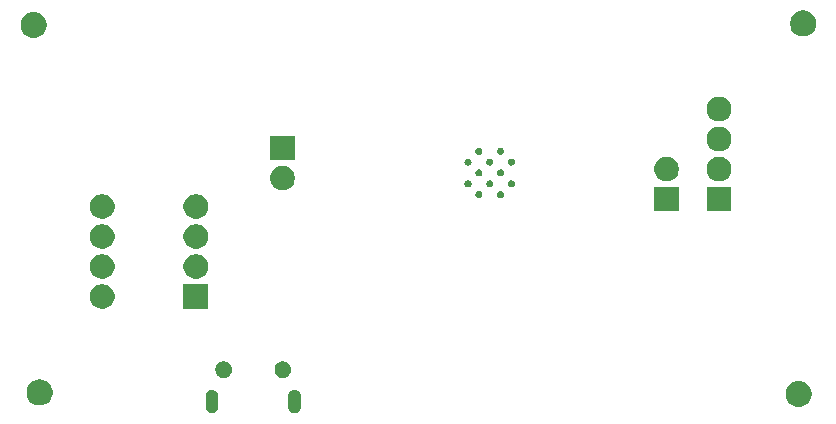
<source format=gbs>
G04 #@! TF.GenerationSoftware,KiCad,Pcbnew,(5.1.5)-3*
G04 #@! TF.CreationDate,2021-04-15T13:44:04+02:00*
G04 #@! TF.ProjectId,Copy_bachelorproef morse,436f7079-5f62-4616-9368-656c6f727072,rev?*
G04 #@! TF.SameCoordinates,Original*
G04 #@! TF.FileFunction,Soldermask,Bot*
G04 #@! TF.FilePolarity,Negative*
%FSLAX46Y46*%
G04 Gerber Fmt 4.6, Leading zero omitted, Abs format (unit mm)*
G04 Created by KiCad (PCBNEW (5.1.5)-3) date 2021-04-15 13:44:04*
%MOMM*%
%LPD*%
G04 APERTURE LIST*
%ADD10C,0.100000*%
G04 APERTURE END LIST*
D10*
G36*
X107029613Y-102511611D02*
G01*
X107128764Y-102541688D01*
X107220144Y-102590531D01*
X107300238Y-102656262D01*
X107365969Y-102736356D01*
X107414812Y-102827735D01*
X107444889Y-102926886D01*
X107452500Y-103004161D01*
X107452500Y-104005839D01*
X107444889Y-104083114D01*
X107414812Y-104182265D01*
X107365969Y-104273644D01*
X107300238Y-104353738D01*
X107220144Y-104419469D01*
X107128765Y-104468312D01*
X107029614Y-104498389D01*
X106926500Y-104508545D01*
X106823387Y-104498389D01*
X106724236Y-104468312D01*
X106632857Y-104419469D01*
X106552763Y-104353738D01*
X106487032Y-104273644D01*
X106438189Y-104182265D01*
X106408112Y-104083114D01*
X106400501Y-104005839D01*
X106400500Y-103004162D01*
X106408111Y-102926887D01*
X106438188Y-102827736D01*
X106487031Y-102736356D01*
X106552762Y-102656262D01*
X106632856Y-102590531D01*
X106724235Y-102541688D01*
X106823386Y-102511611D01*
X106926500Y-102501455D01*
X107029613Y-102511611D01*
G37*
G36*
X114029613Y-102511611D02*
G01*
X114128764Y-102541688D01*
X114220144Y-102590531D01*
X114300238Y-102656262D01*
X114365969Y-102736356D01*
X114414812Y-102827735D01*
X114444889Y-102926886D01*
X114452500Y-103004161D01*
X114452500Y-104005839D01*
X114444889Y-104083114D01*
X114414812Y-104182265D01*
X114365969Y-104273644D01*
X114300238Y-104353738D01*
X114220144Y-104419469D01*
X114128765Y-104468312D01*
X114029614Y-104498389D01*
X113926500Y-104508545D01*
X113823387Y-104498389D01*
X113724236Y-104468312D01*
X113632857Y-104419469D01*
X113552763Y-104353738D01*
X113487032Y-104273644D01*
X113438189Y-104182265D01*
X113408112Y-104083114D01*
X113400501Y-104005839D01*
X113400500Y-103004162D01*
X113408111Y-102926887D01*
X113438188Y-102827736D01*
X113487031Y-102736356D01*
X113552762Y-102656262D01*
X113632856Y-102590531D01*
X113724235Y-102541688D01*
X113823386Y-102511611D01*
X113926500Y-102501455D01*
X114029613Y-102511611D01*
G37*
G36*
X156805795Y-101790156D02*
G01*
X156912150Y-101811311D01*
X157012334Y-101852809D01*
X157112520Y-101894307D01*
X157292844Y-102014795D01*
X157446205Y-102168156D01*
X157566693Y-102348480D01*
X157566693Y-102348481D01*
X157646723Y-102541689D01*
X157649689Y-102548851D01*
X157692000Y-102761560D01*
X157692000Y-102978440D01*
X157649689Y-103191149D01*
X157566693Y-103391520D01*
X157446205Y-103571844D01*
X157292844Y-103725205D01*
X157112520Y-103845693D01*
X156912150Y-103928689D01*
X156805794Y-103949845D01*
X156699440Y-103971000D01*
X156482560Y-103971000D01*
X156376206Y-103949845D01*
X156269850Y-103928689D01*
X156069480Y-103845693D01*
X155889156Y-103725205D01*
X155735795Y-103571844D01*
X155615307Y-103391520D01*
X155532311Y-103191149D01*
X155490000Y-102978440D01*
X155490000Y-102761560D01*
X155532311Y-102548851D01*
X155535278Y-102541689D01*
X155615307Y-102348481D01*
X155615307Y-102348480D01*
X155735795Y-102168156D01*
X155889156Y-102014795D01*
X156069480Y-101894307D01*
X156169666Y-101852809D01*
X156269850Y-101811311D01*
X156376206Y-101790155D01*
X156482560Y-101769000D01*
X156699440Y-101769000D01*
X156805795Y-101790156D01*
G37*
G36*
X92543794Y-101663155D02*
G01*
X92650150Y-101684311D01*
X92850520Y-101767307D01*
X93030844Y-101887795D01*
X93184205Y-102041156D01*
X93304693Y-102221480D01*
X93387689Y-102421851D01*
X93430000Y-102634560D01*
X93430000Y-102851440D01*
X93387689Y-103064149D01*
X93304693Y-103264520D01*
X93184205Y-103444844D01*
X93030844Y-103598205D01*
X92850520Y-103718693D01*
X92750334Y-103760191D01*
X92650150Y-103801689D01*
X92543795Y-103822844D01*
X92437440Y-103844000D01*
X92220560Y-103844000D01*
X92114205Y-103822844D01*
X92007850Y-103801689D01*
X91807480Y-103718693D01*
X91627156Y-103598205D01*
X91473795Y-103444844D01*
X91353307Y-103264520D01*
X91270311Y-103064149D01*
X91228000Y-102851440D01*
X91228000Y-102634560D01*
X91270311Y-102421851D01*
X91353307Y-102221480D01*
X91473795Y-102041156D01*
X91627156Y-101887795D01*
X91807480Y-101767307D01*
X92007850Y-101684311D01*
X92114205Y-101663156D01*
X92220560Y-101642000D01*
X92437440Y-101642000D01*
X92543794Y-101663155D01*
G37*
G36*
X113130973Y-100130938D02*
G01*
X113258549Y-100183782D01*
X113373359Y-100260495D01*
X113471005Y-100358141D01*
X113547718Y-100472951D01*
X113600562Y-100600527D01*
X113627500Y-100735956D01*
X113627500Y-100874044D01*
X113600562Y-101009473D01*
X113547718Y-101137049D01*
X113471005Y-101251859D01*
X113373359Y-101349505D01*
X113258549Y-101426218D01*
X113130973Y-101479062D01*
X112995544Y-101506000D01*
X112857456Y-101506000D01*
X112722027Y-101479062D01*
X112594451Y-101426218D01*
X112479641Y-101349505D01*
X112381995Y-101251859D01*
X112305282Y-101137049D01*
X112252438Y-101009473D01*
X112225500Y-100874044D01*
X112225500Y-100735956D01*
X112252438Y-100600527D01*
X112305282Y-100472951D01*
X112381995Y-100358141D01*
X112479641Y-100260495D01*
X112594451Y-100183782D01*
X112722027Y-100130938D01*
X112857456Y-100104000D01*
X112995544Y-100104000D01*
X113130973Y-100130938D01*
G37*
G36*
X108130973Y-100130938D02*
G01*
X108258549Y-100183782D01*
X108373359Y-100260495D01*
X108471005Y-100358141D01*
X108547718Y-100472951D01*
X108600562Y-100600527D01*
X108627500Y-100735956D01*
X108627500Y-100874044D01*
X108600562Y-101009473D01*
X108547718Y-101137049D01*
X108471005Y-101251859D01*
X108373359Y-101349505D01*
X108258549Y-101426218D01*
X108130973Y-101479062D01*
X107995544Y-101506000D01*
X107857456Y-101506000D01*
X107722027Y-101479062D01*
X107594451Y-101426218D01*
X107479641Y-101349505D01*
X107381995Y-101251859D01*
X107305282Y-101137049D01*
X107252438Y-101009473D01*
X107225500Y-100874044D01*
X107225500Y-100735956D01*
X107252438Y-100600527D01*
X107305282Y-100472951D01*
X107381995Y-100358141D01*
X107479641Y-100260495D01*
X107594451Y-100183782D01*
X107722027Y-100130938D01*
X107857456Y-100104000D01*
X107995544Y-100104000D01*
X108130973Y-100130938D01*
G37*
G36*
X97936564Y-93604389D02*
G01*
X98127833Y-93683615D01*
X98127835Y-93683616D01*
X98299973Y-93798635D01*
X98446365Y-93945027D01*
X98561385Y-94117167D01*
X98640611Y-94308436D01*
X98681000Y-94511484D01*
X98681000Y-94718516D01*
X98640611Y-94921564D01*
X98561385Y-95112833D01*
X98561384Y-95112835D01*
X98446365Y-95284973D01*
X98299973Y-95431365D01*
X98127835Y-95546384D01*
X98127834Y-95546385D01*
X98127833Y-95546385D01*
X97936564Y-95625611D01*
X97733516Y-95666000D01*
X97526484Y-95666000D01*
X97323436Y-95625611D01*
X97132167Y-95546385D01*
X97132166Y-95546385D01*
X97132165Y-95546384D01*
X96960027Y-95431365D01*
X96813635Y-95284973D01*
X96698616Y-95112835D01*
X96698615Y-95112833D01*
X96619389Y-94921564D01*
X96579000Y-94718516D01*
X96579000Y-94511484D01*
X96619389Y-94308436D01*
X96698615Y-94117167D01*
X96813635Y-93945027D01*
X96960027Y-93798635D01*
X97132165Y-93683616D01*
X97132167Y-93683615D01*
X97323436Y-93604389D01*
X97526484Y-93564000D01*
X97733516Y-93564000D01*
X97936564Y-93604389D01*
G37*
G36*
X106621000Y-95666000D02*
G01*
X104519000Y-95666000D01*
X104519000Y-93564000D01*
X106621000Y-93564000D01*
X106621000Y-95666000D01*
G37*
G36*
X105876564Y-91064389D02*
G01*
X106067833Y-91143615D01*
X106067835Y-91143616D01*
X106239973Y-91258635D01*
X106386365Y-91405027D01*
X106501385Y-91577167D01*
X106580611Y-91768436D01*
X106621000Y-91971484D01*
X106621000Y-92178516D01*
X106580611Y-92381564D01*
X106501385Y-92572833D01*
X106501384Y-92572835D01*
X106386365Y-92744973D01*
X106239973Y-92891365D01*
X106067835Y-93006384D01*
X106067834Y-93006385D01*
X106067833Y-93006385D01*
X105876564Y-93085611D01*
X105673516Y-93126000D01*
X105466484Y-93126000D01*
X105263436Y-93085611D01*
X105072167Y-93006385D01*
X105072166Y-93006385D01*
X105072165Y-93006384D01*
X104900027Y-92891365D01*
X104753635Y-92744973D01*
X104638616Y-92572835D01*
X104638615Y-92572833D01*
X104559389Y-92381564D01*
X104519000Y-92178516D01*
X104519000Y-91971484D01*
X104559389Y-91768436D01*
X104638615Y-91577167D01*
X104753635Y-91405027D01*
X104900027Y-91258635D01*
X105072165Y-91143616D01*
X105072167Y-91143615D01*
X105263436Y-91064389D01*
X105466484Y-91024000D01*
X105673516Y-91024000D01*
X105876564Y-91064389D01*
G37*
G36*
X97936564Y-91064389D02*
G01*
X98127833Y-91143615D01*
X98127835Y-91143616D01*
X98299973Y-91258635D01*
X98446365Y-91405027D01*
X98561385Y-91577167D01*
X98640611Y-91768436D01*
X98681000Y-91971484D01*
X98681000Y-92178516D01*
X98640611Y-92381564D01*
X98561385Y-92572833D01*
X98561384Y-92572835D01*
X98446365Y-92744973D01*
X98299973Y-92891365D01*
X98127835Y-93006384D01*
X98127834Y-93006385D01*
X98127833Y-93006385D01*
X97936564Y-93085611D01*
X97733516Y-93126000D01*
X97526484Y-93126000D01*
X97323436Y-93085611D01*
X97132167Y-93006385D01*
X97132166Y-93006385D01*
X97132165Y-93006384D01*
X96960027Y-92891365D01*
X96813635Y-92744973D01*
X96698616Y-92572835D01*
X96698615Y-92572833D01*
X96619389Y-92381564D01*
X96579000Y-92178516D01*
X96579000Y-91971484D01*
X96619389Y-91768436D01*
X96698615Y-91577167D01*
X96813635Y-91405027D01*
X96960027Y-91258635D01*
X97132165Y-91143616D01*
X97132167Y-91143615D01*
X97323436Y-91064389D01*
X97526484Y-91024000D01*
X97733516Y-91024000D01*
X97936564Y-91064389D01*
G37*
G36*
X105876564Y-88524389D02*
G01*
X106067833Y-88603615D01*
X106067835Y-88603616D01*
X106239973Y-88718635D01*
X106386365Y-88865027D01*
X106501385Y-89037167D01*
X106580611Y-89228436D01*
X106621000Y-89431484D01*
X106621000Y-89638516D01*
X106580611Y-89841564D01*
X106501385Y-90032833D01*
X106501384Y-90032835D01*
X106386365Y-90204973D01*
X106239973Y-90351365D01*
X106067835Y-90466384D01*
X106067834Y-90466385D01*
X106067833Y-90466385D01*
X105876564Y-90545611D01*
X105673516Y-90586000D01*
X105466484Y-90586000D01*
X105263436Y-90545611D01*
X105072167Y-90466385D01*
X105072166Y-90466385D01*
X105072165Y-90466384D01*
X104900027Y-90351365D01*
X104753635Y-90204973D01*
X104638616Y-90032835D01*
X104638615Y-90032833D01*
X104559389Y-89841564D01*
X104519000Y-89638516D01*
X104519000Y-89431484D01*
X104559389Y-89228436D01*
X104638615Y-89037167D01*
X104753635Y-88865027D01*
X104900027Y-88718635D01*
X105072165Y-88603616D01*
X105072167Y-88603615D01*
X105263436Y-88524389D01*
X105466484Y-88484000D01*
X105673516Y-88484000D01*
X105876564Y-88524389D01*
G37*
G36*
X97936564Y-88524389D02*
G01*
X98127833Y-88603615D01*
X98127835Y-88603616D01*
X98299973Y-88718635D01*
X98446365Y-88865027D01*
X98561385Y-89037167D01*
X98640611Y-89228436D01*
X98681000Y-89431484D01*
X98681000Y-89638516D01*
X98640611Y-89841564D01*
X98561385Y-90032833D01*
X98561384Y-90032835D01*
X98446365Y-90204973D01*
X98299973Y-90351365D01*
X98127835Y-90466384D01*
X98127834Y-90466385D01*
X98127833Y-90466385D01*
X97936564Y-90545611D01*
X97733516Y-90586000D01*
X97526484Y-90586000D01*
X97323436Y-90545611D01*
X97132167Y-90466385D01*
X97132166Y-90466385D01*
X97132165Y-90466384D01*
X96960027Y-90351365D01*
X96813635Y-90204973D01*
X96698616Y-90032835D01*
X96698615Y-90032833D01*
X96619389Y-89841564D01*
X96579000Y-89638516D01*
X96579000Y-89431484D01*
X96619389Y-89228436D01*
X96698615Y-89037167D01*
X96813635Y-88865027D01*
X96960027Y-88718635D01*
X97132165Y-88603616D01*
X97132167Y-88603615D01*
X97323436Y-88524389D01*
X97526484Y-88484000D01*
X97733516Y-88484000D01*
X97936564Y-88524389D01*
G37*
G36*
X105876564Y-85984389D02*
G01*
X106067833Y-86063615D01*
X106067835Y-86063616D01*
X106171039Y-86132575D01*
X106239973Y-86178635D01*
X106386365Y-86325027D01*
X106501385Y-86497167D01*
X106580611Y-86688436D01*
X106621000Y-86891484D01*
X106621000Y-87098516D01*
X106580611Y-87301564D01*
X106535281Y-87411000D01*
X106501384Y-87492835D01*
X106386365Y-87664973D01*
X106239973Y-87811365D01*
X106067835Y-87926384D01*
X106067834Y-87926385D01*
X106067833Y-87926385D01*
X105876564Y-88005611D01*
X105673516Y-88046000D01*
X105466484Y-88046000D01*
X105263436Y-88005611D01*
X105072167Y-87926385D01*
X105072166Y-87926385D01*
X105072165Y-87926384D01*
X104900027Y-87811365D01*
X104753635Y-87664973D01*
X104638616Y-87492835D01*
X104604719Y-87411000D01*
X104559389Y-87301564D01*
X104519000Y-87098516D01*
X104519000Y-86891484D01*
X104559389Y-86688436D01*
X104638615Y-86497167D01*
X104753635Y-86325027D01*
X104900027Y-86178635D01*
X104968961Y-86132575D01*
X105072165Y-86063616D01*
X105072167Y-86063615D01*
X105263436Y-85984389D01*
X105466484Y-85944000D01*
X105673516Y-85944000D01*
X105876564Y-85984389D01*
G37*
G36*
X97936564Y-85984389D02*
G01*
X98127833Y-86063615D01*
X98127835Y-86063616D01*
X98231039Y-86132575D01*
X98299973Y-86178635D01*
X98446365Y-86325027D01*
X98561385Y-86497167D01*
X98640611Y-86688436D01*
X98681000Y-86891484D01*
X98681000Y-87098516D01*
X98640611Y-87301564D01*
X98595281Y-87411000D01*
X98561384Y-87492835D01*
X98446365Y-87664973D01*
X98299973Y-87811365D01*
X98127835Y-87926384D01*
X98127834Y-87926385D01*
X98127833Y-87926385D01*
X97936564Y-88005611D01*
X97733516Y-88046000D01*
X97526484Y-88046000D01*
X97323436Y-88005611D01*
X97132167Y-87926385D01*
X97132166Y-87926385D01*
X97132165Y-87926384D01*
X96960027Y-87811365D01*
X96813635Y-87664973D01*
X96698616Y-87492835D01*
X96664719Y-87411000D01*
X96619389Y-87301564D01*
X96579000Y-87098516D01*
X96579000Y-86891484D01*
X96619389Y-86688436D01*
X96698615Y-86497167D01*
X96813635Y-86325027D01*
X96960027Y-86178635D01*
X97028961Y-86132575D01*
X97132165Y-86063616D01*
X97132167Y-86063615D01*
X97323436Y-85984389D01*
X97526484Y-85944000D01*
X97733516Y-85944000D01*
X97936564Y-85984389D01*
G37*
G36*
X150911000Y-87411000D02*
G01*
X148809000Y-87411000D01*
X148809000Y-85309000D01*
X150911000Y-85309000D01*
X150911000Y-87411000D01*
G37*
G36*
X146466000Y-87411000D02*
G01*
X144364000Y-87411000D01*
X144364000Y-85309000D01*
X146466000Y-85309000D01*
X146466000Y-87411000D01*
G37*
G36*
X129615297Y-85700567D02*
G01*
X129670075Y-85723257D01*
X129670077Y-85723258D01*
X129719376Y-85756198D01*
X129761302Y-85798124D01*
X129794242Y-85847423D01*
X129794243Y-85847425D01*
X129816933Y-85902203D01*
X129828500Y-85960353D01*
X129828500Y-86019647D01*
X129816933Y-86077797D01*
X129794243Y-86132575D01*
X129794242Y-86132577D01*
X129761302Y-86181876D01*
X129719376Y-86223802D01*
X129670077Y-86256742D01*
X129670076Y-86256743D01*
X129670075Y-86256743D01*
X129615297Y-86279433D01*
X129557147Y-86291000D01*
X129497853Y-86291000D01*
X129439703Y-86279433D01*
X129384925Y-86256743D01*
X129384924Y-86256743D01*
X129384923Y-86256742D01*
X129335624Y-86223802D01*
X129293698Y-86181876D01*
X129260758Y-86132577D01*
X129260757Y-86132575D01*
X129238067Y-86077797D01*
X129226500Y-86019647D01*
X129226500Y-85960353D01*
X129238067Y-85902203D01*
X129260757Y-85847425D01*
X129260758Y-85847423D01*
X129293698Y-85798124D01*
X129335624Y-85756198D01*
X129384923Y-85723258D01*
X129384925Y-85723257D01*
X129439703Y-85700567D01*
X129497853Y-85689000D01*
X129557147Y-85689000D01*
X129615297Y-85700567D01*
G37*
G36*
X131450297Y-85700567D02*
G01*
X131505075Y-85723257D01*
X131505077Y-85723258D01*
X131554376Y-85756198D01*
X131596302Y-85798124D01*
X131629242Y-85847423D01*
X131629243Y-85847425D01*
X131651933Y-85902203D01*
X131663500Y-85960353D01*
X131663500Y-86019647D01*
X131651933Y-86077797D01*
X131629243Y-86132575D01*
X131629242Y-86132577D01*
X131596302Y-86181876D01*
X131554376Y-86223802D01*
X131505077Y-86256742D01*
X131505076Y-86256743D01*
X131505075Y-86256743D01*
X131450297Y-86279433D01*
X131392147Y-86291000D01*
X131332853Y-86291000D01*
X131274703Y-86279433D01*
X131219925Y-86256743D01*
X131219924Y-86256743D01*
X131219923Y-86256742D01*
X131170624Y-86223802D01*
X131128698Y-86181876D01*
X131095758Y-86132577D01*
X131095757Y-86132575D01*
X131073067Y-86077797D01*
X131061500Y-86019647D01*
X131061500Y-85960353D01*
X131073067Y-85902203D01*
X131095757Y-85847425D01*
X131095758Y-85847423D01*
X131128698Y-85798124D01*
X131170624Y-85756198D01*
X131219923Y-85723258D01*
X131219925Y-85723257D01*
X131274703Y-85700567D01*
X131332853Y-85689000D01*
X131392147Y-85689000D01*
X131450297Y-85700567D01*
G37*
G36*
X113209564Y-83571389D02*
G01*
X113400833Y-83650615D01*
X113400835Y-83650616D01*
X113572973Y-83765635D01*
X113719365Y-83912027D01*
X113823050Y-84067202D01*
X113834385Y-84084167D01*
X113913611Y-84275436D01*
X113954000Y-84478484D01*
X113954000Y-84685516D01*
X113913611Y-84888564D01*
X113849702Y-85042854D01*
X113834384Y-85079835D01*
X113719365Y-85251973D01*
X113572973Y-85398365D01*
X113400835Y-85513384D01*
X113400834Y-85513385D01*
X113400833Y-85513385D01*
X113209564Y-85592611D01*
X113006516Y-85633000D01*
X112799484Y-85633000D01*
X112596436Y-85592611D01*
X112405167Y-85513385D01*
X112405166Y-85513385D01*
X112405165Y-85513384D01*
X112233027Y-85398365D01*
X112086635Y-85251973D01*
X111971616Y-85079835D01*
X111956298Y-85042854D01*
X111892389Y-84888564D01*
X111852000Y-84685516D01*
X111852000Y-84478484D01*
X111892389Y-84275436D01*
X111971615Y-84084167D01*
X111982951Y-84067202D01*
X112086635Y-83912027D01*
X112233027Y-83765635D01*
X112405165Y-83650616D01*
X112405167Y-83650615D01*
X112596436Y-83571389D01*
X112799484Y-83531000D01*
X113006516Y-83531000D01*
X113209564Y-83571389D01*
G37*
G36*
X130532797Y-84783067D02*
G01*
X130587575Y-84805757D01*
X130587577Y-84805758D01*
X130636876Y-84838698D01*
X130678802Y-84880624D01*
X130711742Y-84929923D01*
X130711743Y-84929925D01*
X130734433Y-84984703D01*
X130746000Y-85042853D01*
X130746000Y-85102147D01*
X130734433Y-85160297D01*
X130711743Y-85215075D01*
X130711742Y-85215077D01*
X130678802Y-85264376D01*
X130636876Y-85306302D01*
X130587577Y-85339242D01*
X130587576Y-85339243D01*
X130587575Y-85339243D01*
X130532797Y-85361933D01*
X130474647Y-85373500D01*
X130415353Y-85373500D01*
X130357203Y-85361933D01*
X130302425Y-85339243D01*
X130302424Y-85339243D01*
X130302423Y-85339242D01*
X130253124Y-85306302D01*
X130211198Y-85264376D01*
X130178258Y-85215077D01*
X130178257Y-85215075D01*
X130155567Y-85160297D01*
X130144000Y-85102147D01*
X130144000Y-85042853D01*
X130155567Y-84984703D01*
X130178257Y-84929925D01*
X130178258Y-84929923D01*
X130211198Y-84880624D01*
X130253124Y-84838698D01*
X130302423Y-84805758D01*
X130302425Y-84805757D01*
X130357203Y-84783067D01*
X130415353Y-84771500D01*
X130474647Y-84771500D01*
X130532797Y-84783067D01*
G37*
G36*
X128697797Y-84783067D02*
G01*
X128752575Y-84805757D01*
X128752577Y-84805758D01*
X128801876Y-84838698D01*
X128843802Y-84880624D01*
X128876742Y-84929923D01*
X128876743Y-84929925D01*
X128899433Y-84984703D01*
X128911000Y-85042853D01*
X128911000Y-85102147D01*
X128899433Y-85160297D01*
X128876743Y-85215075D01*
X128876742Y-85215077D01*
X128843802Y-85264376D01*
X128801876Y-85306302D01*
X128752577Y-85339242D01*
X128752576Y-85339243D01*
X128752575Y-85339243D01*
X128697797Y-85361933D01*
X128639647Y-85373500D01*
X128580353Y-85373500D01*
X128522203Y-85361933D01*
X128467425Y-85339243D01*
X128467424Y-85339243D01*
X128467423Y-85339242D01*
X128418124Y-85306302D01*
X128376198Y-85264376D01*
X128343258Y-85215077D01*
X128343257Y-85215075D01*
X128320567Y-85160297D01*
X128309000Y-85102147D01*
X128309000Y-85042853D01*
X128320567Y-84984703D01*
X128343257Y-84929925D01*
X128343258Y-84929923D01*
X128376198Y-84880624D01*
X128418124Y-84838698D01*
X128467423Y-84805758D01*
X128467425Y-84805757D01*
X128522203Y-84783067D01*
X128580353Y-84771500D01*
X128639647Y-84771500D01*
X128697797Y-84783067D01*
G37*
G36*
X132367797Y-84783067D02*
G01*
X132422575Y-84805757D01*
X132422577Y-84805758D01*
X132471876Y-84838698D01*
X132513802Y-84880624D01*
X132546742Y-84929923D01*
X132546743Y-84929925D01*
X132569433Y-84984703D01*
X132581000Y-85042853D01*
X132581000Y-85102147D01*
X132569433Y-85160297D01*
X132546743Y-85215075D01*
X132546742Y-85215077D01*
X132513802Y-85264376D01*
X132471876Y-85306302D01*
X132422577Y-85339242D01*
X132422576Y-85339243D01*
X132422575Y-85339243D01*
X132367797Y-85361933D01*
X132309647Y-85373500D01*
X132250353Y-85373500D01*
X132192203Y-85361933D01*
X132137425Y-85339243D01*
X132137424Y-85339243D01*
X132137423Y-85339242D01*
X132088124Y-85306302D01*
X132046198Y-85264376D01*
X132013258Y-85215077D01*
X132013257Y-85215075D01*
X131990567Y-85160297D01*
X131979000Y-85102147D01*
X131979000Y-85042853D01*
X131990567Y-84984703D01*
X132013257Y-84929925D01*
X132013258Y-84929923D01*
X132046198Y-84880624D01*
X132088124Y-84838698D01*
X132137423Y-84805758D01*
X132137425Y-84805757D01*
X132192203Y-84783067D01*
X132250353Y-84771500D01*
X132309647Y-84771500D01*
X132367797Y-84783067D01*
G37*
G36*
X145721564Y-82809389D02*
G01*
X145912833Y-82888615D01*
X145912835Y-82888616D01*
X146035769Y-82970758D01*
X146084973Y-83003635D01*
X146231365Y-83150027D01*
X146346385Y-83322167D01*
X146425611Y-83513436D01*
X146466000Y-83716484D01*
X146466000Y-83923516D01*
X146425611Y-84126564D01*
X146401552Y-84184647D01*
X146346384Y-84317835D01*
X146231365Y-84489973D01*
X146084973Y-84636365D01*
X145912835Y-84751384D01*
X145912834Y-84751385D01*
X145912833Y-84751385D01*
X145721564Y-84830611D01*
X145518516Y-84871000D01*
X145311484Y-84871000D01*
X145108436Y-84830611D01*
X144917167Y-84751385D01*
X144917166Y-84751385D01*
X144917165Y-84751384D01*
X144745027Y-84636365D01*
X144598635Y-84489973D01*
X144483616Y-84317835D01*
X144428448Y-84184647D01*
X144404389Y-84126564D01*
X144364000Y-83923516D01*
X144364000Y-83716484D01*
X144404389Y-83513436D01*
X144483615Y-83322167D01*
X144598635Y-83150027D01*
X144745027Y-83003635D01*
X144794231Y-82970758D01*
X144917165Y-82888616D01*
X144917167Y-82888615D01*
X145108436Y-82809389D01*
X145311484Y-82769000D01*
X145518516Y-82769000D01*
X145721564Y-82809389D01*
G37*
G36*
X150166564Y-82809389D02*
G01*
X150357833Y-82888615D01*
X150357835Y-82888616D01*
X150480769Y-82970758D01*
X150529973Y-83003635D01*
X150676365Y-83150027D01*
X150791385Y-83322167D01*
X150870611Y-83513436D01*
X150911000Y-83716484D01*
X150911000Y-83923516D01*
X150870611Y-84126564D01*
X150846552Y-84184647D01*
X150791384Y-84317835D01*
X150676365Y-84489973D01*
X150529973Y-84636365D01*
X150357835Y-84751384D01*
X150357834Y-84751385D01*
X150357833Y-84751385D01*
X150166564Y-84830611D01*
X149963516Y-84871000D01*
X149756484Y-84871000D01*
X149553436Y-84830611D01*
X149362167Y-84751385D01*
X149362166Y-84751385D01*
X149362165Y-84751384D01*
X149190027Y-84636365D01*
X149043635Y-84489973D01*
X148928616Y-84317835D01*
X148873448Y-84184647D01*
X148849389Y-84126564D01*
X148809000Y-83923516D01*
X148809000Y-83716484D01*
X148849389Y-83513436D01*
X148928615Y-83322167D01*
X149043635Y-83150027D01*
X149190027Y-83003635D01*
X149239231Y-82970758D01*
X149362165Y-82888616D01*
X149362167Y-82888615D01*
X149553436Y-82809389D01*
X149756484Y-82769000D01*
X149963516Y-82769000D01*
X150166564Y-82809389D01*
G37*
G36*
X129615297Y-83865567D02*
G01*
X129670075Y-83888257D01*
X129670077Y-83888258D01*
X129719376Y-83921198D01*
X129761302Y-83963124D01*
X129794242Y-84012423D01*
X129794243Y-84012425D01*
X129816933Y-84067203D01*
X129828500Y-84125353D01*
X129828500Y-84184647D01*
X129816933Y-84242797D01*
X129803413Y-84275436D01*
X129794242Y-84297577D01*
X129761302Y-84346876D01*
X129719376Y-84388802D01*
X129670077Y-84421742D01*
X129670076Y-84421743D01*
X129670075Y-84421743D01*
X129615297Y-84444433D01*
X129557147Y-84456000D01*
X129497853Y-84456000D01*
X129439703Y-84444433D01*
X129384925Y-84421743D01*
X129384924Y-84421743D01*
X129384923Y-84421742D01*
X129335624Y-84388802D01*
X129293698Y-84346876D01*
X129260758Y-84297577D01*
X129251587Y-84275436D01*
X129238067Y-84242797D01*
X129226500Y-84184647D01*
X129226500Y-84125353D01*
X129238067Y-84067203D01*
X129260757Y-84012425D01*
X129260758Y-84012423D01*
X129293698Y-83963124D01*
X129335624Y-83921198D01*
X129384923Y-83888258D01*
X129384925Y-83888257D01*
X129439703Y-83865567D01*
X129497853Y-83854000D01*
X129557147Y-83854000D01*
X129615297Y-83865567D01*
G37*
G36*
X131450297Y-83865567D02*
G01*
X131505075Y-83888257D01*
X131505077Y-83888258D01*
X131554376Y-83921198D01*
X131596302Y-83963124D01*
X131629242Y-84012423D01*
X131629243Y-84012425D01*
X131651933Y-84067203D01*
X131663500Y-84125353D01*
X131663500Y-84184647D01*
X131651933Y-84242797D01*
X131638413Y-84275436D01*
X131629242Y-84297577D01*
X131596302Y-84346876D01*
X131554376Y-84388802D01*
X131505077Y-84421742D01*
X131505076Y-84421743D01*
X131505075Y-84421743D01*
X131450297Y-84444433D01*
X131392147Y-84456000D01*
X131332853Y-84456000D01*
X131274703Y-84444433D01*
X131219925Y-84421743D01*
X131219924Y-84421743D01*
X131219923Y-84421742D01*
X131170624Y-84388802D01*
X131128698Y-84346876D01*
X131095758Y-84297577D01*
X131086587Y-84275436D01*
X131073067Y-84242797D01*
X131061500Y-84184647D01*
X131061500Y-84125353D01*
X131073067Y-84067203D01*
X131095757Y-84012425D01*
X131095758Y-84012423D01*
X131128698Y-83963124D01*
X131170624Y-83921198D01*
X131219923Y-83888258D01*
X131219925Y-83888257D01*
X131274703Y-83865567D01*
X131332853Y-83854000D01*
X131392147Y-83854000D01*
X131450297Y-83865567D01*
G37*
G36*
X132367797Y-82948067D02*
G01*
X132422575Y-82970757D01*
X132422577Y-82970758D01*
X132471876Y-83003698D01*
X132513802Y-83045624D01*
X132545457Y-83093000D01*
X132546743Y-83094925D01*
X132569433Y-83149703D01*
X132581000Y-83207853D01*
X132581000Y-83267147D01*
X132569433Y-83325297D01*
X132546743Y-83380075D01*
X132546742Y-83380077D01*
X132513802Y-83429376D01*
X132471876Y-83471302D01*
X132422577Y-83504242D01*
X132422576Y-83504243D01*
X132422575Y-83504243D01*
X132367797Y-83526933D01*
X132309647Y-83538500D01*
X132250353Y-83538500D01*
X132192203Y-83526933D01*
X132137425Y-83504243D01*
X132137424Y-83504243D01*
X132137423Y-83504242D01*
X132088124Y-83471302D01*
X132046198Y-83429376D01*
X132013258Y-83380077D01*
X132013257Y-83380075D01*
X131990567Y-83325297D01*
X131979000Y-83267147D01*
X131979000Y-83207853D01*
X131990567Y-83149703D01*
X132013257Y-83094925D01*
X132014543Y-83093000D01*
X132046198Y-83045624D01*
X132088124Y-83003698D01*
X132137423Y-82970758D01*
X132137425Y-82970757D01*
X132192203Y-82948067D01*
X132250353Y-82936500D01*
X132309647Y-82936500D01*
X132367797Y-82948067D01*
G37*
G36*
X128697797Y-82948067D02*
G01*
X128752575Y-82970757D01*
X128752577Y-82970758D01*
X128801876Y-83003698D01*
X128843802Y-83045624D01*
X128875457Y-83093000D01*
X128876743Y-83094925D01*
X128899433Y-83149703D01*
X128911000Y-83207853D01*
X128911000Y-83267147D01*
X128899433Y-83325297D01*
X128876743Y-83380075D01*
X128876742Y-83380077D01*
X128843802Y-83429376D01*
X128801876Y-83471302D01*
X128752577Y-83504242D01*
X128752576Y-83504243D01*
X128752575Y-83504243D01*
X128697797Y-83526933D01*
X128639647Y-83538500D01*
X128580353Y-83538500D01*
X128522203Y-83526933D01*
X128467425Y-83504243D01*
X128467424Y-83504243D01*
X128467423Y-83504242D01*
X128418124Y-83471302D01*
X128376198Y-83429376D01*
X128343258Y-83380077D01*
X128343257Y-83380075D01*
X128320567Y-83325297D01*
X128309000Y-83267147D01*
X128309000Y-83207853D01*
X128320567Y-83149703D01*
X128343257Y-83094925D01*
X128344543Y-83093000D01*
X128376198Y-83045624D01*
X128418124Y-83003698D01*
X128467423Y-82970758D01*
X128467425Y-82970757D01*
X128522203Y-82948067D01*
X128580353Y-82936500D01*
X128639647Y-82936500D01*
X128697797Y-82948067D01*
G37*
G36*
X130532797Y-82948067D02*
G01*
X130587575Y-82970757D01*
X130587577Y-82970758D01*
X130636876Y-83003698D01*
X130678802Y-83045624D01*
X130710457Y-83093000D01*
X130711743Y-83094925D01*
X130734433Y-83149703D01*
X130746000Y-83207853D01*
X130746000Y-83267147D01*
X130734433Y-83325297D01*
X130711743Y-83380075D01*
X130711742Y-83380077D01*
X130678802Y-83429376D01*
X130636876Y-83471302D01*
X130587577Y-83504242D01*
X130587576Y-83504243D01*
X130587575Y-83504243D01*
X130532797Y-83526933D01*
X130474647Y-83538500D01*
X130415353Y-83538500D01*
X130357203Y-83526933D01*
X130302425Y-83504243D01*
X130302424Y-83504243D01*
X130302423Y-83504242D01*
X130253124Y-83471302D01*
X130211198Y-83429376D01*
X130178258Y-83380077D01*
X130178257Y-83380075D01*
X130155567Y-83325297D01*
X130144000Y-83267147D01*
X130144000Y-83207853D01*
X130155567Y-83149703D01*
X130178257Y-83094925D01*
X130179543Y-83093000D01*
X130211198Y-83045624D01*
X130253124Y-83003698D01*
X130302423Y-82970758D01*
X130302425Y-82970757D01*
X130357203Y-82948067D01*
X130415353Y-82936500D01*
X130474647Y-82936500D01*
X130532797Y-82948067D01*
G37*
G36*
X113954000Y-83093000D02*
G01*
X111852000Y-83093000D01*
X111852000Y-80991000D01*
X113954000Y-80991000D01*
X113954000Y-83093000D01*
G37*
G36*
X131450297Y-82030567D02*
G01*
X131505075Y-82053257D01*
X131505077Y-82053258D01*
X131554376Y-82086198D01*
X131596302Y-82128124D01*
X131629242Y-82177423D01*
X131629243Y-82177425D01*
X131651933Y-82232203D01*
X131663500Y-82290353D01*
X131663500Y-82349647D01*
X131651933Y-82407797D01*
X131629243Y-82462575D01*
X131629242Y-82462577D01*
X131596302Y-82511876D01*
X131554376Y-82553802D01*
X131505077Y-82586742D01*
X131505076Y-82586743D01*
X131505075Y-82586743D01*
X131450297Y-82609433D01*
X131392147Y-82621000D01*
X131332853Y-82621000D01*
X131274703Y-82609433D01*
X131219925Y-82586743D01*
X131219924Y-82586743D01*
X131219923Y-82586742D01*
X131170624Y-82553802D01*
X131128698Y-82511876D01*
X131095758Y-82462577D01*
X131095757Y-82462575D01*
X131073067Y-82407797D01*
X131061500Y-82349647D01*
X131061500Y-82290353D01*
X131073067Y-82232203D01*
X131095757Y-82177425D01*
X131095758Y-82177423D01*
X131128698Y-82128124D01*
X131170624Y-82086198D01*
X131219923Y-82053258D01*
X131219925Y-82053257D01*
X131274703Y-82030567D01*
X131332853Y-82019000D01*
X131392147Y-82019000D01*
X131450297Y-82030567D01*
G37*
G36*
X129615297Y-82030567D02*
G01*
X129670075Y-82053257D01*
X129670077Y-82053258D01*
X129719376Y-82086198D01*
X129761302Y-82128124D01*
X129794242Y-82177423D01*
X129794243Y-82177425D01*
X129816933Y-82232203D01*
X129828500Y-82290353D01*
X129828500Y-82349647D01*
X129816933Y-82407797D01*
X129794243Y-82462575D01*
X129794242Y-82462577D01*
X129761302Y-82511876D01*
X129719376Y-82553802D01*
X129670077Y-82586742D01*
X129670076Y-82586743D01*
X129670075Y-82586743D01*
X129615297Y-82609433D01*
X129557147Y-82621000D01*
X129497853Y-82621000D01*
X129439703Y-82609433D01*
X129384925Y-82586743D01*
X129384924Y-82586743D01*
X129384923Y-82586742D01*
X129335624Y-82553802D01*
X129293698Y-82511876D01*
X129260758Y-82462577D01*
X129260757Y-82462575D01*
X129238067Y-82407797D01*
X129226500Y-82349647D01*
X129226500Y-82290353D01*
X129238067Y-82232203D01*
X129260757Y-82177425D01*
X129260758Y-82177423D01*
X129293698Y-82128124D01*
X129335624Y-82086198D01*
X129384923Y-82053258D01*
X129384925Y-82053257D01*
X129439703Y-82030567D01*
X129497853Y-82019000D01*
X129557147Y-82019000D01*
X129615297Y-82030567D01*
G37*
G36*
X150166564Y-80269389D02*
G01*
X150357833Y-80348615D01*
X150357835Y-80348616D01*
X150529973Y-80463635D01*
X150676365Y-80610027D01*
X150791385Y-80782167D01*
X150870611Y-80973436D01*
X150911000Y-81176484D01*
X150911000Y-81383516D01*
X150870611Y-81586564D01*
X150791385Y-81777833D01*
X150791384Y-81777835D01*
X150676365Y-81949973D01*
X150529973Y-82096365D01*
X150357835Y-82211384D01*
X150357834Y-82211385D01*
X150357833Y-82211385D01*
X150166564Y-82290611D01*
X149963516Y-82331000D01*
X149756484Y-82331000D01*
X149553436Y-82290611D01*
X149362167Y-82211385D01*
X149362166Y-82211385D01*
X149362165Y-82211384D01*
X149190027Y-82096365D01*
X149043635Y-81949973D01*
X148928616Y-81777835D01*
X148928615Y-81777833D01*
X148849389Y-81586564D01*
X148809000Y-81383516D01*
X148809000Y-81176484D01*
X148849389Y-80973436D01*
X148928615Y-80782167D01*
X149043635Y-80610027D01*
X149190027Y-80463635D01*
X149362165Y-80348616D01*
X149362167Y-80348615D01*
X149553436Y-80269389D01*
X149756484Y-80229000D01*
X149963516Y-80229000D01*
X150166564Y-80269389D01*
G37*
G36*
X150166564Y-77729389D02*
G01*
X150357833Y-77808615D01*
X150357835Y-77808616D01*
X150529973Y-77923635D01*
X150676365Y-78070027D01*
X150791385Y-78242167D01*
X150870611Y-78433436D01*
X150911000Y-78636484D01*
X150911000Y-78843516D01*
X150870611Y-79046564D01*
X150791385Y-79237833D01*
X150791384Y-79237835D01*
X150676365Y-79409973D01*
X150529973Y-79556365D01*
X150357835Y-79671384D01*
X150357834Y-79671385D01*
X150357833Y-79671385D01*
X150166564Y-79750611D01*
X149963516Y-79791000D01*
X149756484Y-79791000D01*
X149553436Y-79750611D01*
X149362167Y-79671385D01*
X149362166Y-79671385D01*
X149362165Y-79671384D01*
X149190027Y-79556365D01*
X149043635Y-79409973D01*
X148928616Y-79237835D01*
X148928615Y-79237833D01*
X148849389Y-79046564D01*
X148809000Y-78843516D01*
X148809000Y-78636484D01*
X148849389Y-78433436D01*
X148928615Y-78242167D01*
X149043635Y-78070027D01*
X149190027Y-77923635D01*
X149362165Y-77808616D01*
X149362167Y-77808615D01*
X149553436Y-77729389D01*
X149756484Y-77689000D01*
X149963516Y-77689000D01*
X150166564Y-77729389D01*
G37*
G36*
X92035795Y-70548156D02*
G01*
X92142150Y-70569311D01*
X92242334Y-70610809D01*
X92342520Y-70652307D01*
X92522844Y-70772795D01*
X92676205Y-70926156D01*
X92796693Y-71106480D01*
X92879689Y-71306851D01*
X92922000Y-71519560D01*
X92922000Y-71736440D01*
X92879689Y-71949149D01*
X92796693Y-72149520D01*
X92676205Y-72329844D01*
X92522844Y-72483205D01*
X92342520Y-72603693D01*
X92142150Y-72686689D01*
X92035795Y-72707844D01*
X91929440Y-72729000D01*
X91712560Y-72729000D01*
X91606205Y-72707844D01*
X91499850Y-72686689D01*
X91299480Y-72603693D01*
X91119156Y-72483205D01*
X90965795Y-72329844D01*
X90845307Y-72149520D01*
X90762311Y-71949149D01*
X90720000Y-71736440D01*
X90720000Y-71519560D01*
X90762311Y-71306851D01*
X90845307Y-71106480D01*
X90965795Y-70926156D01*
X91119156Y-70772795D01*
X91299480Y-70652307D01*
X91399666Y-70610809D01*
X91499850Y-70569311D01*
X91606205Y-70548156D01*
X91712560Y-70527000D01*
X91929440Y-70527000D01*
X92035795Y-70548156D01*
G37*
G36*
X157186794Y-70421155D02*
G01*
X157293150Y-70442311D01*
X157493520Y-70525307D01*
X157673844Y-70645795D01*
X157827205Y-70799156D01*
X157947693Y-70979480D01*
X158030689Y-71179851D01*
X158073000Y-71392560D01*
X158073000Y-71609440D01*
X158030689Y-71822149D01*
X157947693Y-72022520D01*
X157827205Y-72202844D01*
X157673844Y-72356205D01*
X157493520Y-72476693D01*
X157293150Y-72559689D01*
X157186795Y-72580844D01*
X157080440Y-72602000D01*
X156863560Y-72602000D01*
X156757205Y-72580844D01*
X156650850Y-72559689D01*
X156450480Y-72476693D01*
X156270156Y-72356205D01*
X156116795Y-72202844D01*
X155996307Y-72022520D01*
X155913311Y-71822149D01*
X155871000Y-71609440D01*
X155871000Y-71392560D01*
X155913311Y-71179851D01*
X155996307Y-70979480D01*
X156116795Y-70799156D01*
X156270156Y-70645795D01*
X156450480Y-70525307D01*
X156550666Y-70483809D01*
X156650850Y-70442311D01*
X156757206Y-70421155D01*
X156863560Y-70400000D01*
X157080440Y-70400000D01*
X157186794Y-70421155D01*
G37*
M02*

</source>
